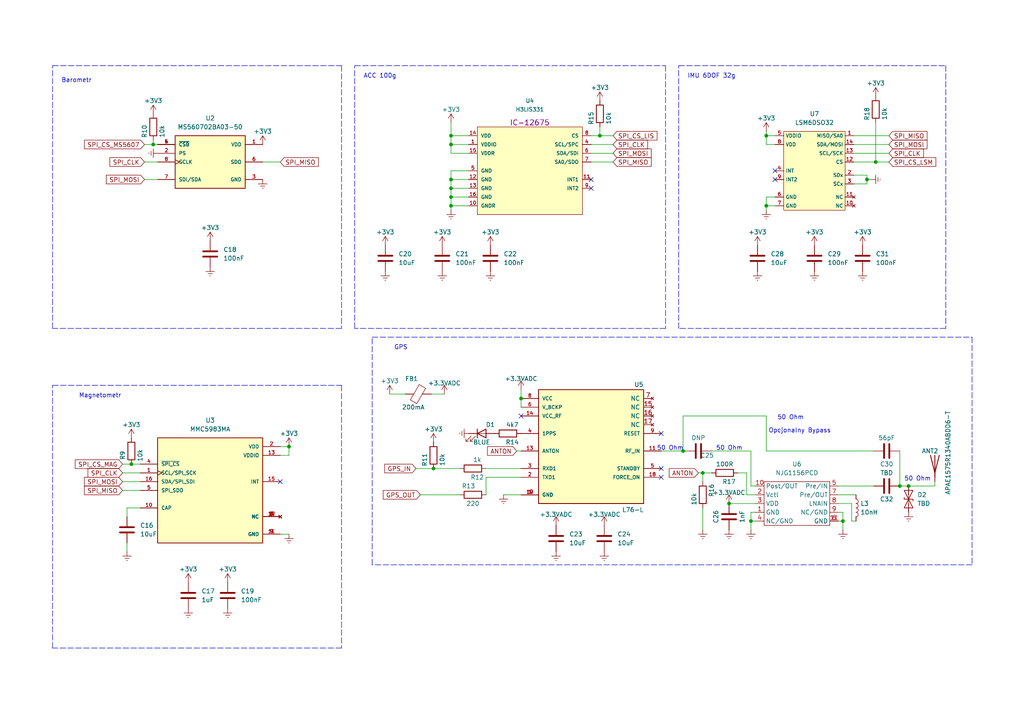
<source format=kicad_sch>
(kicad_sch (version 20211123) (generator eeschema)
  (paper "A4")
  (lib_symbols
    (symbol "Device:Antenna" (pin_numbers hide) (pin_names (offset 1.016) hide)
      (property "Reference" "AE" (at -1.905 1.905 0))
      (property "Value" "Antenna" (at -1.905 0 0))
      (symbol "Antenna_0_1"
        (polyline (pts (xy 0 2.54) (xy 0 -3.81)) (stroke (width 0.254)))
        (polyline (pts (xy 1.27 2.54) (xy 0 -2.54) (xy -1.27 2.54)) (stroke (width 0.254)))
      )
      (symbol "Antenna_1_1"
        (pin input line (at 0 -5.08 90) (length 2.54) (name "A") (number "1"))
      )
    )
    (symbol "Device:C" (pin_numbers hide) (pin_names (offset 0.254))
      (property "Reference" "C" (at 0.635 2.54 0))
      (property "Value" "C" (at 0.635 -2.54 0))
      (symbol "C_0_1"
        (polyline (pts (xy -2.032 -0.762) (xy 2.032 -0.762)) (stroke (width 0.508)))
        (polyline (pts (xy -2.032 0.762) (xy 2.032 0.762)) (stroke (width 0.508)))
      )
      (symbol "C_1_1"
        (pin passive line (at 0 3.81 270) (length 2.794) (name "~") (number "1"))
        (pin passive line (at 0 -3.81 90) (length 2.794) (name "~") (number "2"))
      )
    )
    (symbol "Device:FerriteBead" (pin_numbers hide) (pin_names (offset 0))
      (property "Reference" "FB" (at -3.81 0.635 90))
      (property "Value" "FerriteBead" (at 3.81 0 90))
      (symbol "FerriteBead_0_1"
        (polyline (pts (xy 0 -1.27) (xy 0 -1.2192)))
        (polyline (pts (xy 0 1.27) (xy 0 1.2954)))
        (polyline (pts (xy -2.7686 0.4064) (xy -1.7018 2.2606) (xy 2.7686 -0.3048) (xy 1.6764 -2.159) (xy -2.7686 0.4064)))
      )
      (symbol "FerriteBead_1_1"
        (pin passive line (at 0 3.81 270) (length 2.54) (name "~") (number "1"))
        (pin passive line (at 0 -3.81 90) (length 2.54) (name "~") (number "2"))
      )
    )
    (symbol "Device:L" (pin_numbers hide) (pin_names (offset 1.016) hide)
      (property "Reference" "L" (at -1.27 0 90))
      (property "Value" "L" (at 1.905 0 90))
      (symbol "L_0_1"
        (arc (start 0 -2.54) (mid 0.635 -1.905) (end 0 -1.27))
        (arc (start 0 -1.27) (mid 0.635 -0.635) (end 0 0))
        (arc (start 0 0) (mid 0.635 0.635) (end 0 1.27))
        (arc (start 0 1.27) (mid 0.635 1.905) (end 0 2.54))
      )
      (symbol "L_1_1"
        (pin passive line (at 0 3.81 270) (length 1.27) (name "1") (number "1"))
        (pin passive line (at 0 -3.81 90) (length 1.27) (name "2") (number "2"))
      )
    )
    (symbol "Device:LED" (pin_numbers hide) (pin_names (offset 1.016) hide)
      (property "Reference" "D" (at 0 2.54 0))
      (property "Value" "LED" (at 0 -2.54 0))
      (symbol "LED_0_1"
        (polyline (pts (xy -1.27 -1.27) (xy -1.27 1.27)) (stroke (width 0.254)))
        (polyline (pts (xy -1.27 0) (xy 1.27 0)))
        (polyline (pts (xy 1.27 -1.27) (xy 1.27 1.27) (xy -1.27 0) (xy 1.27 -1.27)) (stroke (width 0.254)))
        (polyline (pts (xy -3.048 -0.762) (xy -4.572 -2.286) (xy -3.81 -2.286) (xy -4.572 -2.286) (xy -4.572 -1.524)))
        (polyline (pts (xy -1.778 -0.762) (xy -3.302 -2.286) (xy -2.54 -2.286) (xy -3.302 -2.286) (xy -3.302 -1.524)))
      )
      (symbol "LED_1_1"
        (pin passive line (at -3.81 0 0) (length 2.54) (name "K") (number "1"))
        (pin passive line (at 3.81 0 180) (length 2.54) (name "A") (number "2"))
      )
    )
    (symbol "Device:R" (pin_numbers hide) (pin_names (offset 0))
      (property "Reference" "R" (at 2.032 0 90))
      (property "Value" "R" (at 0 0 90))
      (symbol "R_0_1"
        (rectangle (start -1.016 -2.54) (end 1.016 2.54) (stroke (width 0.254)))
      )
      (symbol "R_1_1"
        (pin passive line (at 0 3.81 270) (length 1.27) (name "~") (number "1"))
        (pin passive line (at 0 -3.81 90) (length 1.27) (name "~") (number "2"))
      )
    )
    (symbol "Diode:ESD9B3.3ST5G" (pin_numbers hide) (pin_names (offset 1.016) hide)
      (property "Reference" "D" (at 0 2.54 0))
      (property "Value" "ESD9B3.3ST5G" (at 0 -2.54 0))
      (symbol "ESD9B3.3ST5G_0_1"
        (polyline (pts (xy 1.27 0) (xy -1.27 0)))
        (polyline (pts (xy -2.54 -1.27) (xy 0 0) (xy -2.54 1.27) (xy -2.54 -1.27)) (stroke (width 0.2032)))
        (polyline (pts (xy 0.508 1.27) (xy 0 1.27) (xy 0 -1.27) (xy -0.508 -1.27)) (stroke (width 0.2032)))
        (polyline (pts (xy 2.54 1.27) (xy 2.54 -1.27) (xy 0 0) (xy 2.54 1.27)) (stroke (width 0.2032)))
      )
      (symbol "ESD9B3.3ST5G_1_1"
        (pin passive line (at -3.81 0 0) (length 2.54) (name "A1") (number "1"))
        (pin passive line (at 3.81 0 180) (length 2.54) (name "A2") (number "2"))
      )
    )
    (symbol "KP-PTR_lib:L76-L" (pin_names (offset 1.016))
      (property "Reference" "U" (at -15.24 18.542 0))
      (property "Value" "L76-L" (at -15.24 -17.78 0))
      (symbol "L76-L_0_0"
        (rectangle (start -15.24 -15.24) (end 15.24 17.78) (stroke (width 0.254)) (fill (type background)))
        (pin power_in line (at 20.32 -12.7 180) (length 5.08) (name "GND") (number "1"))
        (pin power_in line (at 20.32 -12.7 180) (length 5.08) (name "GND") (number "10"))
        (pin input line (at -20.32 0 0) (length 5.08) (name "RF_IN") (number "11"))
        (pin power_in line (at 20.32 -12.7 180) (length 5.08) (name "GND") (number "12"))
        (pin output line (at 20.32 0 180) (length 5.08) (name "ANTON") (number "13"))
        (pin power_in line (at 20.32 10.16 180) (length 5.08) (name "VCC_RF") (number "14"))
        (pin no_connect line (at -17.78 12.7 0) (length 2.54) (name "NC") (number "15"))
        (pin no_connect line (at -17.78 10.16 0) (length 2.54) (name "NC") (number "16"))
        (pin no_connect line (at -17.78 7.62 0) (length 2.54) (name "NC") (number "17"))
        (pin input line (at -20.32 -7.62 0) (length 5.08) (name "FORCE_ON") (number "18"))
        (pin output line (at 20.32 -7.62 180) (length 5.08) (name "TXD1") (number "2"))
        (pin input line (at 20.32 -5.08 180) (length 5.08) (name "RXD1") (number "3"))
        (pin output line (at 20.32 5.08 180) (length 5.08) (name "1PPS") (number "4"))
        (pin input line (at -20.32 -5.08 0) (length 5.08) (name "STANDBY") (number "5"))
        (pin power_in line (at 20.32 12.7 180) (length 5.08) (name "V_BCKP") (number "6"))
        (pin no_connect line (at -17.78 15.24 0) (length 2.54) (name "NC") (number "7"))
        (pin power_in line (at 20.32 15.24 180) (length 5.08) (name "VCC") (number "8"))
        (pin input line (at -20.32 5.08 0) (length 5.08) (name "RESET") (number "9"))
      )
    )
    (symbol "KP-PTR_lib:LIS331" (pin_names (offset 1.016))
      (property "Reference" "U" (at -15.24 13.97 0))
      (property "Value" "LIS331" (at -15.24 -15.24 0))
      (property "Field4" "IC-12675" (at 0 16.51 0))
      (symbol "LIS331_1_1"
        (polyline (pts (xy -15.24 -12.7) (xy -15.24 12.7) (xy 15.24 12.7) (xy 15.24 -12.7) (xy -15.24 -12.7)) (fill (type background)))
        (pin bidirectional line (at -17.78 7.62 0) (length 2.54) (name "VDDIO") (number "1"))
        (pin bidirectional line (at -17.78 -10.16 0) (length 2.54) (name "GNDR") (number "10"))
        (pin bidirectional line (at 17.78 -2.54 180) (length 2.54) (name "INT1") (number "11"))
        (pin bidirectional line (at -17.78 -2.54 0) (length 2.54) (name "GND") (number "12"))
        (pin bidirectional line (at -17.78 -5.08 0) (length 2.54) (name "GND") (number "13"))
        (pin bidirectional line (at -17.78 10.16 0) (length 2.54) (name "VDD") (number "14"))
        (pin bidirectional line (at -17.78 5.08 0) (length 2.54) (name "VDDR") (number "15"))
        (pin bidirectional line (at -17.78 -7.62 0) (length 2.54) (name "GND") (number "16"))
        (pin bidirectional line (at 17.78 7.62 180) (length 2.54) (name "SCL/SPC") (number "4"))
        (pin bidirectional line (at -17.78 0 0) (length 2.54) (name "GND") (number "5"))
        (pin bidirectional line (at 17.78 5.08 180) (length 2.54) (name "SDA/SDI") (number "6"))
        (pin bidirectional line (at 17.78 2.54 180) (length 2.54) (name "SA0/SDO") (number "7"))
        (pin bidirectional line (at 17.78 10.16 180) (length 2.54) (name "CS") (number "8"))
        (pin bidirectional line (at 17.78 -5.08 180) (length 2.54) (name "INT2") (number "9"))
      )
    )
    (symbol "KP-PTR_lib:LSM6DSO32"
      (property "Reference" "U" (at -7.62 13.97 0))
      (property "Value" "LSM6DSO32" (at -3.81 -11.43 0))
      (symbol "LSM6DSO32_1_1"
        (polyline (pts (xy -8.89 -10.16) (xy -8.89 12.7) (xy 8.89 12.7) (xy 8.89 -10.16) (xy -8.89 -10.16)) (fill (type background)))
        (pin bidirectional line (at 11.43 11.43 180) (length 2.54) (name "MISO/SA0") (number "1"))
        (pin no_connect line (at 11.43 -8.89 180) (length 2.54) (name "NC") (number "10"))
        (pin no_connect line (at 11.43 -6.35 180) (length 2.54) (name "NC") (number "11"))
        (pin input line (at 11.43 3.81 180) (length 2.54) (name "CS") (number "12"))
        (pin input line (at 11.43 6.35 180) (length 2.54) (name "SCL/SCK") (number "13"))
        (pin bidirectional line (at 11.43 8.89 180) (length 2.54) (name "SDA/MOSI") (number "14"))
        (pin bidirectional line (at 11.43 0 180) (length 2.54) (name "SDx") (number "2"))
        (pin bidirectional line (at 11.43 -2.54 180) (length 2.54) (name "SCx") (number "3"))
        (pin output line (at -11.43 1.27 0) (length 2.54) (name "INT") (number "4"))
        (pin power_in line (at -11.43 11.43 0) (length 2.54) (name "VDDIO") (number "5"))
        (pin power_in line (at -11.43 -6.35 0) (length 2.54) (name "GND") (number "6"))
        (pin power_in line (at -11.43 -8.89 0) (length 2.54) (name "GND") (number "7"))
        (pin power_in line (at -11.43 8.89 0) (length 2.54) (name "VDD") (number "8"))
        (pin output line (at -11.43 -1.27 0) (length 2.54) (name "INT2") (number "9"))
      )
    )
    (symbol "KP-PTR_lib:MMC5983MA" (pin_names (offset 1.016))
      (property "Reference" "U" (at -15.24 15.24 0))
      (property "Value" "MMC5983MA" (at -15.24 -17.78 0))
      (symbol "MMC5983MA_0_0"
        (rectangle (start -15.24 -15.24) (end 15.24 15.24) (stroke (width 0.254)) (fill (type background)))
        (pin input clock (at -20.32 5.08 0) (length 5.08) (name "SCL/SPI_SCK") (number "1"))
        (pin passive line (at -20.32 -5.08 0) (length 5.08) (name "CAP") (number "10"))
        (pin power_in line (at 20.32 -12.7 180) (length 5.08) (name "GND") (number "11"))
        (pin no_connect line (at 20.32 -7.62 180) (length 5.08) (name "NC") (number "12"))
        (pin power_in line (at 20.32 10.16 180) (length 5.08) (name "VDDIO") (number "13"))
        (pin no_connect line (at 20.32 -7.62 180) (length 5.08) (name "NC") (number "14"))
        (pin output line (at 20.32 2.54 180) (length 5.08) (name "INT") (number "15"))
        (pin bidirectional line (at -20.32 2.54 0) (length 5.08) (name "SDA/SPI_SDI") (number "16"))
        (pin power_in line (at 20.32 12.7 180) (length 5.08) (name "VDD") (number "2"))
        (pin no_connect line (at 20.32 -7.62 180) (length 5.08) (name "NC") (number "3"))
        (pin input line (at -20.32 7.62 0) (length 5.08) (name "~{SPI_CS}") (number "4"))
        (pin output line (at -20.32 0 0) (length 5.08) (name "SPI_SDO") (number "5"))
        (pin no_connect line (at 20.32 -7.62 180) (length 5.08) (name "NC") (number "6"))
        (pin no_connect line (at 20.32 -7.62 180) (length 5.08) (name "NC") (number "7"))
        (pin no_connect line (at 20.32 -7.62 180) (length 5.08) (name "NC") (number "8"))
        (pin power_in line (at 20.32 -12.7 180) (length 5.08) (name "GND") (number "9"))
      )
    )
    (symbol "KP-PTR_lib:MS560702BA03-50" (pin_names (offset 1.016))
      (property "Reference" "U" (at -10.16 8.382 0))
      (property "Value" "MS560702BA03-50" (at -10.16 -10.16 0))
      (symbol "MS560702BA03-50_0_0"
        (rectangle (start -10.16 -7.62) (end 10.16 7.62) (stroke (width 0.254)) (fill (type background)))
        (pin power_in line (at 15.24 5.08 180) (length 5.08) (name "VDD") (number "1"))
        (pin input line (at -15.24 2.54 0) (length 5.08) (name "PS") (number "2"))
        (pin power_in line (at 15.24 -5.08 180) (length 5.08) (name "GND") (number "3"))
        (pin input line (at -15.24 5.08 0) (length 5.08) (name "~{CSB}") (number "4"))
        (pin input line (at -15.24 5.08 0) (length 5.08) (name "~{CSB}") (number "5"))
        (pin output line (at 15.24 0 180) (length 5.08) (name "SDO") (number "6"))
        (pin bidirectional line (at -15.24 -5.08 0) (length 5.08) (name "SDI/SDA") (number "7"))
        (pin input clock (at -15.24 0 0) (length 5.08) (name "SCLK") (number "8"))
      )
    )
    (symbol "KP-PTR_lib:NJG1156PCD" (on_board no)
      (property "Reference" "U9" (at -0.635 3.81 0))
      (property "Value" "NJG1156PCD" (at -0.635 1.27 0))
      (symbol "NJG1156PCD_0_0"
        (pin power_out line (at 11.43 -12.7 180) (length 2.54) (name "GND") (number "6"))
      )
      (symbol "NJG1156PCD_0_1"
        (rectangle (start -10.16 -1.27) (end 8.89 -13.97))
      )
      (symbol "NJG1156PCD_1_1"
        (pin power_in line (at -12.7 -10.16 0) (length 2.54) (name "GND") (number "1"))
        (pin output line (at -12.7 -2.54 0) (length 2.54) (name "Post/OUT") (number "10"))
        (pin power_in line (at 11.43 -12.7 180) (length 2.54) (name "GND") (number "11"))
        (pin power_in line (at -12.7 -5.08 0) (length 2.54) (name "Vctl") (number "2"))
        (pin power_in line (at -12.7 -7.62 0) (length 2.54) (name "VDD") (number "3"))
        (pin power_in line (at -12.7 -12.7 0) (length 2.54) (name "NC/GND") (number "4"))
        (pin input line (at 11.43 -2.54 180) (length 2.54) (name "Pre/IN") (number "5"))
        (pin output line (at 11.43 -5.08 180) (length 2.54) (name "Pre/OUT") (number "7"))
        (pin input line (at 11.43 -7.62 180) (length 2.54) (name "LNAIN") (number "8"))
        (pin power_in line (at 11.43 -10.16 180) (length 2.54) (name "NC/GND") (number "9"))
      )
    )
    (symbol "power:+3.3V" (power) (pin_names (offset 0))
      (property "Value" "+3.3V" (at 0 3.556 0))
      (symbol "+3.3V_0_1"
        (polyline (pts (xy -0.762 1.27) (xy 0 2.54)))
        (polyline (pts (xy 0 0) (xy 0 2.54)))
        (polyline (pts (xy 0 2.54) (xy 0.762 1.27)))
      )
      (symbol "+3.3V_1_1"
        (pin power_in line (at 0 0 90) (length 0) hide (name "+3V3") (number "1"))
      )
    )
    (symbol "power:+3.3VADC" (power) (pin_names (offset 0))
      (property "Value" "+3.3VADC" (at 0 2.54 0))
      (symbol "+3.3VADC_0_0"
        (pin power_in line (at 0 0 90) (length 0) hide (name "+3.3VADC") (number "1"))
      )
      (symbol "+3.3VADC_0_1"
        (polyline (pts (xy -0.762 1.27) (xy 0 2.54)))
        (polyline (pts (xy 0 0) (xy 0 2.54)))
        (polyline (pts (xy 0 2.54) (xy 0.762 1.27)))
      )
    )
    (symbol "power:Earth" (power) (pin_names (offset 0))
      (symbol "Earth_0_1"
        (polyline (pts (xy -0.635 -1.905) (xy 0.635 -1.905)))
        (polyline (pts (xy -0.127 -2.54) (xy 0.127 -2.54)))
        (polyline (pts (xy 0 -1.27) (xy 0 0)))
        (polyline (pts (xy 1.27 -1.27) (xy -1.27 -1.27)))
      )
      (symbol "Earth_1_1"
        (pin power_in line (at 0 0 270) (length 0) hide (name "Earth") (number "1"))
      )
    )
  )
  (junction (at 38.1 134.62))
  (junction (at 198.12 130.81))
  (junction (at 130.81 59.69))
  (junction (at 203.835 137.16))
  (junction (at 130.81 52.07))
  (junction (at 125.73 135.89))
  (junction (at 130.81 57.15))
  (junction (at 260.985 140.97))
  (junction (at 130.81 39.37))
  (junction (at 83.82 129.54))
  (junction (at 254 46.99))
  (junction (at 222.25 39.37))
  (junction (at 173.99 39.37))
  (junction (at 217.805 151.13))
  (junction (at 151.13 115.57))
  (junction (at 211.455 146.05))
  (junction (at 244.475 151.13))
  (junction (at 251.46 52.07))
  (junction (at 44.45 41.91))
  (junction (at 130.81 41.91))
  (junction (at 130.81 54.61))
  (junction (at 222.25 59.69))
  (junction (at 263.525 140.97))
  (no_connect (at 191.77 125.73))
  (no_connect (at 191.77 135.89))
  (no_connect (at 191.77 138.43))
  (no_connect (at 171.45 52.07))
  (no_connect (at 171.45 54.61))
  (no_connect (at 224.79 49.53))
  (no_connect (at 224.79 52.07))
  (no_connect (at 81.28 139.7))
  (no_connect (at 151.13 120.65))
  (polyline (pts (xy 107.95 97.79) (xy 281.94 97.79)))
  (wire (pts (xy 247.65 50.8) (xy 251.46 50.8)))
  (wire (pts (xy 130.81 54.61) (xy 135.89 54.61)))
  (wire (pts (xy 202.565 137.16) (xy 203.835 137.16)))
  (polyline (pts (xy 99.06 95.25) (xy 15.24 95.25)))
  (wire (pts (xy 83.82 132.08) (xy 83.82 129.54)))
  (polyline (pts (xy 15.24 187.96) (xy 15.24 111.76)))
  (wire (pts (xy 222.25 39.37) (xy 224.79 39.37)))
  (wire (pts (xy 130.81 49.53) (xy 130.81 52.07)))
  (wire (pts (xy 130.81 41.91) (xy 130.81 44.45)))
  (wire (pts (xy 247.015 146.05) (xy 247.015 151.13)))
  (wire (pts (xy 177.8 39.37) (xy 173.99 39.37)))
  (polyline (pts (xy 281.94 163.83) (xy 107.95 163.83)))
  (wire (pts (xy 44.45 40.64) (xy 44.45 41.91)))
  (polyline (pts (xy 102.87 19.05) (xy 193.04 19.05)))
  (wire (pts (xy 216.535 137.16) (xy 216.535 143.51)))
  (wire (pts (xy 130.81 39.37) (xy 130.81 41.91)))
  (wire (pts (xy 173.99 39.37) (xy 171.45 39.37)))
  (wire (pts (xy 203.835 137.16) (xy 203.835 139.7)))
  (wire (pts (xy 244.475 148.59) (xy 244.475 151.13)))
  (wire (pts (xy 177.8 46.99) (xy 171.45 46.99)))
  (polyline (pts (xy 99.06 111.76) (xy 99.06 187.96)))
  (wire (pts (xy 253.365 130.81) (xy 222.25 130.81)))
  (wire (pts (xy 36.83 147.32) (xy 36.83 149.86)))
  (wire (pts (xy 271.145 140.97) (xy 271.145 139.7)))
  (wire (pts (xy 219.075 148.59) (xy 217.805 148.59)))
  (wire (pts (xy 260.985 130.81) (xy 260.985 140.97)))
  (wire (pts (xy 130.81 44.45) (xy 135.89 44.45)))
  (polyline (pts (xy 196.85 19.05) (xy 274.32 19.05)))
  (wire (pts (xy 216.535 143.51) (xy 219.075 143.51)))
  (wire (pts (xy 206.375 130.81) (xy 217.805 130.81)))
  (wire (pts (xy 41.91 46.99) (xy 45.72 46.99)))
  (wire (pts (xy 213.995 137.16) (xy 216.535 137.16)))
  (wire (pts (xy 254 35.56) (xy 254 46.99)))
  (wire (pts (xy 251.46 50.8) (xy 251.46 52.07)))
  (wire (pts (xy 222.25 59.69) (xy 224.79 59.69)))
  (polyline (pts (xy 107.95 163.83) (xy 107.95 97.79)))
  (wire (pts (xy 41.91 52.07) (xy 45.72 52.07)))
  (wire (pts (xy 36.83 157.48) (xy 36.83 160.02)))
  (wire (pts (xy 198.12 120.65) (xy 198.12 130.81)))
  (wire (pts (xy 254 46.99) (xy 257.81 46.99)))
  (wire (pts (xy 244.475 151.13) (xy 243.205 151.13)))
  (wire (pts (xy 130.81 57.15) (xy 130.81 59.69)))
  (wire (pts (xy 130.81 41.91) (xy 135.89 41.91)))
  (wire (pts (xy 140.97 138.43) (xy 151.13 138.43)))
  (wire (pts (xy 247.65 39.37) (xy 257.81 39.37)))
  (wire (pts (xy 151.13 115.57) (xy 151.13 118.11)))
  (wire (pts (xy 40.64 147.32) (xy 36.83 147.32)))
  (wire (pts (xy 224.79 57.15) (xy 222.25 57.15)))
  (wire (pts (xy 243.205 143.51) (xy 248.285 143.51)))
  (polyline (pts (xy 102.87 95.25) (xy 102.87 19.05)))
  (wire (pts (xy 243.205 140.97) (xy 253.365 140.97)))
  (wire (pts (xy 251.46 53.34) (xy 247.65 53.34)))
  (polyline (pts (xy 274.32 19.05) (xy 274.32 95.25)))
  (wire (pts (xy 113.03 114.3) (xy 117.475 114.3)))
  (wire (pts (xy 135.89 49.53) (xy 130.81 49.53)))
  (polyline (pts (xy 193.04 95.25) (xy 102.87 95.25)))
  (wire (pts (xy 217.805 140.97) (xy 219.075 140.97)))
  (polyline (pts (xy 15.24 111.76) (xy 99.06 111.76)))
  (wire (pts (xy 177.8 44.45) (xy 171.45 44.45)))
  (wire (pts (xy 83.82 129.54) (xy 81.28 129.54)))
  (wire (pts (xy 41.91 41.91) (xy 44.45 41.91)))
  (wire (pts (xy 211.455 146.05) (xy 219.075 146.05)))
  (wire (pts (xy 140.97 143.51) (xy 140.97 138.43)))
  (polyline (pts (xy 196.85 95.25) (xy 196.85 19.05)))
  (wire (pts (xy 222.25 39.37) (xy 222.25 38.1)))
  (wire (pts (xy 243.205 148.59) (xy 244.475 148.59)))
  (wire (pts (xy 203.835 147.32) (xy 203.835 153.67)))
  (wire (pts (xy 224.79 41.91) (xy 222.25 41.91)))
  (wire (pts (xy 35.56 142.24) (xy 40.64 142.24)))
  (wire (pts (xy 247.015 151.13) (xy 248.285 151.13)))
  (wire (pts (xy 81.28 132.08) (xy 83.82 132.08)))
  (wire (pts (xy 247.65 44.45) (xy 257.81 44.45)))
  (wire (pts (xy 217.805 130.81) (xy 217.805 140.97)))
  (wire (pts (xy 222.25 59.69) (xy 222.25 60.96)))
  (wire (pts (xy 44.45 41.91) (xy 45.72 41.91)))
  (wire (pts (xy 130.81 54.61) (xy 130.81 57.15)))
  (wire (pts (xy 120.65 135.89) (xy 125.73 135.89)))
  (wire (pts (xy 133.35 135.89) (xy 125.73 135.89)))
  (wire (pts (xy 203.835 137.16) (xy 206.375 137.16)))
  (wire (pts (xy 38.1 134.62) (xy 40.64 134.62)))
  (wire (pts (xy 35.56 137.16) (xy 40.64 137.16)))
  (polyline (pts (xy 193.04 19.05) (xy 193.04 95.25)))
  (wire (pts (xy 173.99 36.83) (xy 173.99 39.37)))
  (wire (pts (xy 130.81 35.56) (xy 130.81 39.37)))
  (wire (pts (xy 198.12 130.81) (xy 198.755 130.81)))
  (wire (pts (xy 251.46 52.07) (xy 252.73 52.07)))
  (wire (pts (xy 151.13 113.03) (xy 151.13 115.57)))
  (wire (pts (xy 130.81 39.37) (xy 135.89 39.37)))
  (wire (pts (xy 263.525 140.97) (xy 271.145 140.97)))
  (polyline (pts (xy 15.24 95.25) (xy 15.24 19.05)))
  (wire (pts (xy 130.81 52.07) (xy 135.89 52.07)))
  (polyline (pts (xy 15.24 19.05) (xy 99.06 19.05)))
  (wire (pts (xy 217.805 151.13) (xy 217.805 153.67)))
  (wire (pts (xy 222.25 57.15) (xy 222.25 59.69)))
  (wire (pts (xy 130.81 59.69) (xy 130.81 60.96)))
  (wire (pts (xy 83.82 154.94) (xy 81.28 154.94)))
  (wire (pts (xy 198.12 120.65) (xy 222.25 120.65)))
  (wire (pts (xy 222.25 41.91) (xy 222.25 39.37)))
  (wire (pts (xy 247.65 41.91) (xy 257.81 41.91)))
  (wire (pts (xy 177.8 41.91) (xy 171.45 41.91)))
  (wire (pts (xy 125.095 114.3) (xy 128.905 114.3)))
  (wire (pts (xy 149.86 130.81) (xy 151.13 130.81)))
  (wire (pts (xy 217.805 148.59) (xy 217.805 151.13)))
  (polyline (pts (xy 99.06 19.05) (xy 99.06 95.25)))
  (wire (pts (xy 191.77 130.81) (xy 198.12 130.81)))
  (wire (pts (xy 130.81 52.07) (xy 130.81 54.61)))
  (wire (pts (xy 251.46 52.07) (xy 251.46 53.34)))
  (wire (pts (xy 140.97 135.89) (xy 151.13 135.89)))
  (wire (pts (xy 217.805 151.13) (xy 219.075 151.13)))
  (wire (pts (xy 260.985 140.97) (xy 263.525 140.97)))
  (wire (pts (xy 135.89 57.15) (xy 130.81 57.15)))
  (wire (pts (xy 247.65 46.99) (xy 254 46.99)))
  (wire (pts (xy 244.475 151.13) (xy 244.475 153.67)))
  (wire (pts (xy 35.56 134.62) (xy 38.1 134.62)))
  (wire (pts (xy 35.56 139.7) (xy 40.64 139.7)))
  (wire (pts (xy 146.05 143.51) (xy 151.13 143.51)))
  (wire (pts (xy 222.25 130.81) (xy 222.25 120.65)))
  (wire (pts (xy 76.2 46.99) (xy 81.28 46.99)))
  (wire (pts (xy 121.92 143.51) (xy 133.35 143.51)))
  (polyline (pts (xy 281.94 97.79) (xy 281.94 163.83)))
  (wire (pts (xy 243.205 146.05) (xy 247.015 146.05)))
  (polyline (pts (xy 274.32 95.25) (xy 196.85 95.25)))
  (wire (pts (xy 130.81 59.69) (xy 135.89 59.69)))
  (polyline (pts (xy 99.06 187.96) (xy 15.24 187.96)))
  (text "Barometr" (at 17.78 24.13 0) (effects (font (size 1.27 1.27)) (justify left bottom)))
  (text "50 Ohm" (at 190.5 130.81 0) (effects (font (size 1.27 1.27)) (justify left bottom)))
  (text "Magnetometr" (at 22.86 115.57 0) (effects (font (size 1.27 1.27)) (justify left bottom)))
  (text "IMU 6DOF 32g" (at 199.39 22.86 0) (effects (font (size 1.27 1.27)) (justify left bottom)))
  (text "Opcjonalny Bypass" (at 222.885 125.73 0) (effects (font (size 1.27 1.27)) (justify left bottom)))
  (text "50 Ohm" (at 262.255 139.7 0) (effects (font (size 1.27 1.27)) (justify left bottom)))
  (text "GPS" (at 114.3 101.6 0) (effects (font (size 1.27 1.27)) (justify left bottom)))
  (text "50 Ohm" (at 207.645 130.81 0) (effects (font (size 1.27 1.27)) (justify left bottom)))
  (text "50 Ohm" (at 225.425 121.92 0) (effects (font (size 1.27 1.27)) (justify left bottom)))
  (text "ACC 100g" (at 105.41 22.86 0) (effects (font (size 1.27 1.27)) (justify left bottom)))
  (global_label "ANTON" (shape input) (at 202.565 137.16 180) (property "Intersheet References" "${INTERSHEET_REFS}" (effects hide)))
  (global_label "SPI_MISO" (shape input) (at 177.8 46.99 0) (property "Intersheet References" "${INTERSHEET_REFS}" (effects hide)))
  (global_label "SPI_CS_MAG" (shape input) (at 35.56 134.62 180) (property "Intersheet References" "${INTERSHEET_REFS}" (effects hide)))
  (global_label "SPI_CLK" (shape input) (at 35.56 137.16 180) (property "Intersheet References" "${INTERSHEET_REFS}" (effects hide)))
  (global_label "SPI_MOSI" (shape input) (at 41.91 52.07 180) (property "Intersheet References" "${INTERSHEET_REFS}" (effects hide)))
  (global_label "GPS_IN" (shape input) (at 120.65 135.89 180) (property "Intersheet References" "${INTERSHEET_REFS}" (effects hide)))
  (global_label "SPI_MISO" (shape input) (at 35.56 142.24 180) (property "Intersheet References" "${INTERSHEET_REFS}" (effects hide)))
  (global_label "GPS_OUT" (shape input) (at 121.92 143.51 180) (property "Intersheet References" "${INTERSHEET_REFS}" (effects hide)))
  (global_label "SPI_CS_LIS" (shape input) (at 177.8 39.37 0) (property "Intersheet References" "${INTERSHEET_REFS}" (effects hide)))
  (global_label "SPI_CLK" (shape input) (at 41.91 46.99 180) (property "Intersheet References" "${INTERSHEET_REFS}" (effects hide)))
  (global_label "ANTON" (shape input) (at 149.86 130.81 180) (property "Intersheet References" "${INTERSHEET_REFS}" (effects hide)))
  (global_label "SPI_MOSI" (shape input) (at 35.56 139.7 180) (property "Intersheet References" "${INTERSHEET_REFS}" (effects hide)))
  (global_label "SPI_MISO" (shape input) (at 81.28 46.99 0) (property "Intersheet References" "${INTERSHEET_REFS}" (effects hide)))
  (global_label "SPI_MOSI" (shape input) (at 257.81 41.91 0) (property "Intersheet References" "${INTERSHEET_REFS}" (effects hide)))
  (global_label "SPI_CLK" (shape input) (at 177.8 41.91 0) (property "Intersheet References" "${INTERSHEET_REFS}" (effects hide)))
  (global_label "SPI_CS_MS5607" (shape input) (at 41.91 41.91 180) (property "Intersheet References" "${INTERSHEET_REFS}" (effects hide)))
  (global_label "SPI_MOSI" (shape input) (at 177.8 44.45 0) (property "Intersheet References" "${INTERSHEET_REFS}" (effects hide)))
  (global_label "SPI_CS_LSM" (shape input) (at 257.81 46.99 0) (property "Intersheet References" "${INTERSHEET_REFS}" (effects hide)))
  (global_label "SPI_MISO" (shape input) (at 257.81 39.37 0) (property "Intersheet References" "${INTERSHEET_REFS}" (effects hide)))
  (global_label "SPI_CLK" (shape input) (at 257.81 44.45 0) (property "Intersheet References" "${INTERSHEET_REFS}" (effects hide)))
  (symbol (lib_id "power:+3.3V") (at 76.2 41.91 0) (unit 1)
    (property "Reference" "#PWR038" (effects hide))
    (property "Value" "+3.3V" (at 76.2 38.1 0))
  )
  (symbol (lib_id "power:+3.3V") (at 113.03 114.3 0) (mirror y) (unit 1)
    (property "Reference" "#PWR044" (effects hide))
    (property "Value" "+3.3V" (at 113.03 110.49 0))
  )
  (symbol (lib_id "Device:R") (at 210.185 137.16 90) (unit 1)
    (property "Reference" "R17" (at 211.455 139.7 90))
    (property "Value" "100R" (at 210.185 134.62 90))
    (property "Footprint" "Resistor_SMD:R_0402_1005Metric" (effects hide))
  )
  (symbol (lib_id "power:Earth") (at 252.73 52.07 90) (unit 1)
    (property "Reference" "#PWR074" (effects hide))
    (property "Value" "Earth" (effects hide))
  )
  (symbol (lib_id "power:+3.3VADC") (at 128.905 114.3 0) (unit 1)
    (property "Reference" "#PWR048" (effects hide))
    (property "Value" "+3.3VADC" (at 128.905 111.125 0))
  )
  (symbol (lib_id "power:Earth") (at 250.19 78.74 0) (unit 1)
    (property "Reference" "#PWR073" (effects hide))
    (property "Value" "Earth" (effects hide))
  )
  (symbol (lib_id "power:+3.3V") (at 54.61 168.91 0) (unit 1)
    (property "Reference" "#PWR032" (effects hide))
    (property "Value" "+3.3V" (at 54.61 165.1 0))
  )
  (symbol (lib_id "power:Earth") (at 60.96 77.47 0) (unit 1)
    (property "Reference" "#PWR035" (effects hide))
    (property "Value" "Earth" (effects hide))
  )
  (symbol (lib_id "Device:C") (at 111.76 74.93 0) (unit 1)
    (property "Reference" "C20" (at 115.57 73.6599 0) (effects (justify left)))
    (property "Value" "10uF" (at 115.57 76.1999 0) (effects (justify left)))
    (property "Footprint" "Capacitor_SMD:C_0603_1608Metric" (effects hide))
  )
  (symbol (lib_id "power:+3.3V") (at 142.24 71.12 0) (unit 1)
    (property "Reference" "#PWR052" (effects hide))
    (property "Value" "+3.3V" (at 142.24 67.31 0))
  )
  (symbol (lib_id "power:Earth") (at 76.2 52.07 0) (unit 1)
    (property "Reference" "#PWR039" (effects hide))
    (property "Value" "Earth" (effects hide))
  )
  (symbol (lib_id "Device:R") (at 137.16 143.51 270) (unit 1)
    (property "Reference" "R13" (at 135.89 140.97 90))
    (property "Value" "220" (at 137.16 146.05 90))
    (property "Footprint" "Resistor_SMD:R_0402_1005Metric" (effects hide))
  )
  (symbol (lib_id "power:+3.3V") (at 254 27.94 0) (unit 1)
    (property "Reference" "#PWR075" (effects hide))
    (property "Value" "+3.3V" (at 254 24.13 0))
  )
  (symbol (lib_id "power:Earth") (at 36.83 160.02 0) (unit 1)
    (property "Reference" "#PWR028" (effects hide))
    (property "Value" "Earth" (effects hide))
  )
  (symbol (lib_id "Device:C") (at 257.175 140.97 270) (unit 1)
    (property "Reference" "C32" (at 257.175 144.78 90))
    (property "Value" "TBD" (at 257.175 137.16 90))
    (property "Footprint" "Capacitor_SMD:C_0402_1005Metric" (effects hide))
  )
  (symbol (lib_id "power:Earth") (at 236.22 78.74 0) (unit 1)
    (property "Reference" "#PWR070" (effects hide))
    (property "Value" "Earth" (effects hide))
  )
  (symbol (lib_id "Device:FerriteBead") (at 121.285 114.3 90) (unit 1)
    (property "Reference" "FB1" (at 121.285 109.855 90) (effects (justify left)))
    (property "Value" "200mA" (at 123.19 118.11 90) (effects (justify left)))
    (property "Footprint" "Resistor_SMD:R_0402_1005Metric" (effects hide))
  )
  (symbol (lib_id "Device:C") (at 161.29 156.21 0) (unit 1)
    (property "Reference" "C23" (at 165.1 154.9399 0) (effects (justify left)))
    (property "Value" "10uF" (at 165.1 157.4799 0) (effects (justify left)))
    (property "Footprint" "Capacitor_SMD:C_0603_1608Metric" (effects hide))
  )
  (symbol (lib_id "Device:Antenna") (at 271.145 134.62 0) (unit 1)
    (property "Reference" "ANT2" (at 267.335 130.81 0) (effects (justify left)))
    (property "Value" "APAE1575R1340ABDD6-T" (at 274.955 143.51 90) (effects (justify left)))
    (property "Footprint" "KP-PTR_lib:APAE1575 13x13x4mm GPS Patch Antenna" (effects hide))
  )
  (symbol (lib_id "KP-PTR_lib:L76-L") (at 171.45 130.81 0) (mirror y) (unit 1)
    (property "Reference" "U5" (at 186.69 112.268 0) (effects (justify left bottom)))
    (property "Value" "L76-L" (at 186.69 148.59 0) (effects (justify left bottom)))
    (property "Footprint" "KP-PTR_lib:XCVR_L76-L" (effects hide))
    (property "AVAILABILITY" "Unavailable" (effects hide))
    (property "MF" "Quectel" (effects hide))
    (property "PRICE" "None" (effects hide))
    (property "DESCRIPTION" "L96 is a concurrent multi-GNSS receiver module with embedded chip antenna. With 33 tracking channels, 99 acquisition channels and 210 PRN channels, L96 supports concurrent reception of up to three GNSS systems _GPS+GLONASS+Galileo_" (effects hide))
    (property "PACKAGE" "SOIC-8 Quectel Wireless Solutions Co., Ltd" (effects hide))
    (property "MP" "L96" (effects hide))
    (property "PARTREV" "3.1" (effects hide))
    (property "MAXIMUM_PACKAGE_HEIGHT" "2.65mm" (effects hide))
    (property "STANDARD" "Manufacturer Recommendations" (effects hide))
  )
  (symbol (lib_id "power:Earth") (at 263.525 148.59 0) (unit 1)
    (property "Reference" "#PWR076" (effects hide))
    (property "Value" "Earth" (effects hide))
  )
  (symbol (lib_id "KP-PTR_lib:MMC5983MA") (at 60.96 142.24 0) (unit 1)
    (property "Reference" "U3" (at 60.96 121.92 0))
    (property "Value" "MMC5983MA" (at 60.96 124.46 0))
    (property "Footprint" "KP-PTR_lib:MMC5983MA" (effects hide))
    (property "Datasheet" "https://www.mouser.com/datasheet/2/821/Memsic_09102019_MMC5983MA_Datasheet_Rev_A-1635338.pdf" (effects hide))
    (property "MANUFACTURER" "Memsic Inc." (effects hide))
    (property "MAXIMUM_PACKAGE_HEIGHT" "1.00 mm" (effects hide))
    (property "PARTREV" "A" (effects hide))
    (property "STANDARD" "IPC 7351B" (effects hide))
  )
  (symbol (lib_id "Device:C") (at 142.24 74.93 0) (unit 1)
    (property "Reference" "C22" (at 146.05 73.6599 0) (effects (justify left)))
    (property "Value" "100nF" (at 146.05 76.1999 0) (effects (justify left)))
    (property "Footprint" "Capacitor_SMD:C_0402_1005Metric" (effects hide))
  )
  (symbol (lib_id "power:+3.3V") (at 44.45 33.02 0) (unit 1)
    (property "Reference" "#PWR030" (effects hide))
    (property "Value" "+3.3V" (at 44.45 29.21 0))
  )
  (symbol (lib_id "power:+3.3V") (at 236.22 71.12 0) (unit 1)
    (property "Reference" "#PWR069" (effects hide))
    (property "Value" "+3.3V" (at 236.22 67.31 0))
  )
  (symbol (lib_id "Device:C") (at 54.61 172.72 0) (unit 1)
    (property "Reference" "C17" (at 58.42 171.4499 0) (effects (justify left)))
    (property "Value" "1uF" (at 58.42 173.9899 0) (effects (justify left)))
    (property "Footprint" "Capacitor_SMD:C_0402_1005Metric" (effects hide))
  )
  (symbol (lib_id "power:Earth") (at 219.71 78.74 0) (unit 1)
    (property "Reference" "#PWR066" (effects hide))
    (property "Value" "Earth" (effects hide))
  )
  (symbol (lib_id "Device:R") (at 44.45 36.83 0) (unit 1)
    (property "Reference" "R10" (at 41.91 38.1 90))
    (property "Value" "10k" (at 46.99 38.1 90))
    (property "Footprint" "Resistor_SMD:R_0402_1005Metric" (effects hide))
  )
  (symbol (lib_id "Device:L") (at 248.285 147.32 0) (unit 1)
    (property "Reference" "L3" (at 249.555 146.0499 0) (effects (justify left)))
    (property "Value" "10nH" (at 249.555 148.5899 0) (effects (justify left)))
    (property "Footprint" "Inductor_SMD:L_0402_1005Metric" (effects hide))
  )
  (symbol (lib_id "power:Earth") (at 111.76 78.74 0) (unit 1)
    (property "Reference" "#PWR043" (effects hide))
    (property "Value" "Earth" (effects hide))
  )
  (symbol (lib_id "power:+3.3V") (at 83.82 129.54 0) (unit 1)
    (property "Reference" "#PWR040" (effects hide))
    (property "Value" "+3.3V" (at 83.82 125.73 0))
  )
  (symbol (lib_id "power:Earth") (at 45.72 44.45 270) (unit 1)
    (property "Reference" "#PWR031" (effects hide))
    (property "Value" "Earth" (effects hide))
  )
  (symbol (lib_id "power:+3.3V") (at 250.19 71.12 0) (unit 1)
    (property "Reference" "#PWR072" (effects hide))
    (property "Value" "+3.3V" (at 250.19 67.31 0))
  )
  (symbol (lib_id "power:Earth") (at 142.24 78.74 0) (unit 1)
    (property "Reference" "#PWR053" (effects hide))
    (property "Value" "Earth" (effects hide))
  )
  (symbol (lib_id "power:+3.3VADC") (at 161.29 152.4 0) (unit 1)
    (property "Reference" "#PWR056" (effects hide))
    (property "Value" "+3.3VADC" (at 161.29 149.225 0))
  )
  (symbol (lib_id "power:Earth") (at 211.455 153.67 0) (unit 1)
    (property "Reference" "#PWR063" (effects hide))
    (property "Value" "Earth" (effects hide))
  )
  (symbol (lib_id "power:+3.3V") (at 222.25 38.1 0) (unit 1)
    (property "Reference" "#PWR067" (effects hide))
    (property "Value" "+3.3V" (at 222.25 34.29 0))
  )
  (symbol (lib_id "Device:C") (at 66.04 172.72 0) (unit 1)
    (property "Reference" "C19" (at 69.85 171.4499 0) (effects (justify left)))
    (property "Value" "100nF" (at 69.85 173.9899 0) (effects (justify left)))
    (property "Footprint" "Capacitor_SMD:C_0402_1005Metric" (effects hide))
  )
  (symbol (lib_id "power:+3.3V") (at 60.96 69.85 0) (unit 1)
    (property "Reference" "#PWR034" (effects hide))
    (property "Value" "+3.3V" (at 60.96 66.04 0))
  )
  (symbol (lib_id "Device:C") (at 236.22 74.93 0) (unit 1)
    (property "Reference" "C29" (at 240.03 73.6599 0) (effects (justify left)))
    (property "Value" "100nF" (at 240.03 76.1999 0) (effects (justify left)))
    (property "Footprint" "Capacitor_SMD:C_0402_1005Metric" (effects hide))
  )
  (symbol (lib_id "power:Earth") (at 54.61 176.53 0) (unit 1)
    (property "Reference" "#PWR033" (effects hide))
    (property "Value" "Earth" (effects hide))
  )
  (symbol (lib_id "Device:R") (at 173.99 33.02 0) (unit 1)
    (property "Reference" "R15" (at 171.45 34.29 90))
    (property "Value" "10k" (at 176.53 34.29 90))
    (property "Footprint" "Resistor_SMD:R_0402_1005Metric" (effects hide))
  )
  (symbol (lib_id "power:Earth") (at 175.26 160.02 0) (unit 1)
    (property "Reference" "#PWR060" (effects hide))
    (property "Value" "Earth" (effects hide))
  )
  (symbol (lib_id "KP-PTR_lib:NJG1156PCD") (at 231.775 138.43 0) (unit 1)
    (property "Reference" "U6" (at 231.14 134.62 0))
    (property "Value" "NJG1156PCD" (at 231.14 137.16 0))
    (property "Footprint" "KP-PTR_lib:SON50P260X260X55-11N" (effects hide))
  )
  (symbol (lib_id "power:Earth") (at 217.805 153.67 0) (unit 1)
    (property "Reference" "#PWR064" (effects hide))
    (property "Value" "Earth" (effects hide))
  )
  (symbol (lib_id "power:+3.3V") (at 125.73 128.27 0) (mirror y) (unit 1)
    (property "Reference" "#PWR045" (effects hide))
    (property "Value" "+3.3V" (at 125.73 124.46 0))
  )
  (symbol (lib_id "Device:R") (at 125.73 132.08 0) (unit 1)
    (property "Reference" "R11" (at 123.19 133.35 90))
    (property "Value" "10k" (at 128.27 133.35 90))
    (property "Footprint" "Resistor_SMD:R_0402_1005Metric" (effects hide))
  )
  (symbol (lib_id "power:Earth") (at 222.25 60.96 0) (unit 1)
    (property "Reference" "#PWR068" (effects hide))
    (property "Value" "Earth" (effects hide))
  )
  (symbol (lib_id "power:+3.3VADC") (at 211.455 146.05 0) (unit 1)
    (property "Reference" "#PWR062" (effects hide))
    (property "Value" "+3.3VADC" (at 211.455 142.875 0))
  )
  (symbol (lib_id "power:+3.3VADC") (at 175.26 152.4 0) (unit 1)
    (property "Reference" "#PWR059" (effects hide))
    (property "Value" "+3.3VADC" (at 175.26 149.225 0))
  )
  (symbol (lib_id "power:+3.3V") (at 111.76 71.12 0) (unit 1)
    (property "Reference" "#PWR042" (effects hide))
    (property "Value" "+3.3V" (at 111.76 67.31 0))
  )
  (symbol (lib_id "Device:C") (at 60.96 73.66 0) (unit 1)
    (property "Reference" "C18" (at 64.77 72.3899 0) (effects (justify left)))
    (property "Value" "100nF" (at 64.77 74.9299 0) (effects (justify left)))
    (property "Footprint" "Capacitor_SMD:C_0402_1005Metric" (effects hide))
  )
  (symbol (lib_id "Device:C") (at 250.19 74.93 0) (unit 1)
    (property "Reference" "C31" (at 254 73.6599 0) (effects (justify left)))
    (property "Value" "100nF" (at 254 76.1999 0) (effects (justify left)))
    (property "Footprint" "Capacitor_SMD:C_0402_1005Metric" (effects hide))
  )
  (symbol (lib_id "power:+3.3VADC") (at 151.13 113.03 0) (unit 1)
    (property "Reference" "#PWR055" (effects hide))
    (property "Value" "+3.3VADC" (at 151.13 109.855 0))
  )
  (symbol (lib_id "power:Earth") (at 203.835 153.67 0) (unit 1)
    (property "Reference" "#PWR061" (effects hide))
    (property "Value" "Earth" (effects hide))
  )
  (symbol (lib_id "power:+3.3V") (at 128.27 71.12 0) (unit 1)
    (property "Reference" "#PWR046" (effects hide))
    (property "Value" "+3.3V" (at 128.27 67.31 0))
  )
  (symbol (lib_id "KP-PTR_lib:MS560702BA03-50") (at 60.96 46.99 0) (unit 1)
    (property "Reference" "U2" (at 60.96 34.29 0))
    (property "Value" "MS560702BA03-50" (at 60.96 36.83 0))
    (property "Footprint" "KP-PTR_lib:MS5607" (effects hide))
    (property "Datasheet" "https://www.mouser.com/datasheet/2/418/6/ENG_DS_MS5607_02BA03_B3-1134558.pdf" (effects hide))
    (property "Comment" "MS560702BA03-50" (effects hide))
    (property "EU_RoHS_Compliance" "Compliant" (effects hide))
  )
  (symbol (lib_id "Device:R") (at 203.835 143.51 180) (unit 1)
    (property "Reference" "R16" (at 206.375 142.24 90))
    (property "Value" "10k" (at 201.295 144.78 90))
    (property "Footprint" "Resistor_SMD:R_0402_1005Metric" (effects hide))
  )
  (symbol (lib_id "KP-PTR_lib:LIS331") (at 153.67 49.53 0) (unit 1)
    (property "Reference" "U4" (at 153.67 29.21 0) (effects (font (size 1.143 1.143))))
    (property "Value" "H3LIS331" (at 153.67 31.75 0) (effects (font (size 1.143 1.143))))
    (property "Footprint" "KP-PTR_lib:LIS331" (effects hide))
    (property "Field4" "IC-12675" (at 153.67 35.56 0) (effects (font (size 1.524 1.524))))
  )
  (symbol (lib_id "power:+3.3V") (at 66.04 168.91 0) (unit 1)
    (property "Reference" "#PWR036" (effects hide))
    (property "Value" "+3.3V" (at 66.04 165.1 0))
  )
  (symbol (lib_id "Device:C") (at 257.175 130.81 270) (unit 1)
    (property "Reference" "C30" (at 257.175 134.62 90))
    (property "Value" "56pF" (at 257.175 127 90))
    (property "Footprint" "Capacitor_SMD:C_0402_1005Metric" (effects hide))
  )
  (symbol (lib_id "Device:R") (at 137.16 135.89 90) (unit 1)
    (property "Reference" "R12" (at 138.43 138.43 90))
    (property "Value" "1k" (at 138.43 133.35 90))
    (property "Footprint" "Resistor_SMD:R_0402_1005Metric" (effects hide))
  )
  (symbol (lib_id "Device:R") (at 254 31.75 0) (unit 1)
    (property "Reference" "R18" (at 251.46 33.02 90))
    (property "Value" "10k" (at 256.54 33.02 90))
    (property "Footprint" "Resistor_SMD:R_0402_1005Metric" (effects hide))
  )
  (symbol (lib_id "Device:LED") (at 139.7 125.73 0) (unit 1)
    (property "Reference" "D1" (at 142.24 123.19 0))
    (property "Value" "BLUE" (at 139.7 128.27 0))
    (property "Footprint" "LED_SMD:LED_0603_1608Metric" (effects hide))
  )
  (symbol (lib_id "Device:C") (at 202.565 130.81 270) (unit 1)
    (property "Reference" "C25" (at 205.105 132.08 90))
    (property "Value" "DNP" (at 202.565 127 90))
    (property "Footprint" "Capacitor_SMD:C_0402_1005Metric" (effects hide))
  )
  (symbol (lib_id "power:+3.3V") (at 173.99 29.21 0) (unit 1)
    (property "Reference" "#PWR058" (effects hide))
    (property "Value" "+3.3V" (at 173.99 25.4 0))
  )
  (symbol (lib_id "power:Earth") (at 135.89 125.73 270) (mirror x) (unit 1)
    (property "Reference" "#PWR051" (effects hide))
    (property "Value" "Earth" (effects hide))
  )
  (symbol (lib_id "Device:C") (at 211.455 149.86 180) (unit 1)
    (property "Reference" "C26" (at 207.645 149.86 90))
    (property "Value" "1nF" (at 215.265 149.86 90))
    (property "Footprint" "Capacitor_SMD:C_0402_1005Metric" (effects hide))
  )
  (symbol (lib_id "Device:R") (at 147.32 125.73 90) (unit 1)
    (property "Reference" "R14" (at 148.59 128.27 90))
    (property "Value" "4k7" (at 148.59 123.19 90))
    (property "Footprint" "Resistor_SMD:R_0402_1005Metric" (effects hide))
  )
  (symbol (lib_id "power:Earth") (at 146.05 143.51 0) (mirror y) (unit 1)
    (property "Reference" "#PWR054" (effects hide))
    (property "Value" "Earth" (effects hide))
  )
  (symbol (lib_id "Device:C") (at 175.26 156.21 0) (unit 1)
    (property "Reference" "C24" (at 179.07 154.9399 0) (effects (justify left)))
    (property "Value" "10uF" (at 179.07 157.4799 0) (effects (justify left)))
    (property "Footprint" "Capacitor_SMD:C_0603_1608Metric" (effects hide))
  )
  (symbol (lib_id "power:Earth") (at 161.29 160.02 0) (unit 1)
    (property "Reference" "#PWR057" (effects hide))
    (property "Value" "Earth" (effects hide))
  )
  (symbol (lib_id "Device:R") (at 38.1 130.81 0) (unit 1)
    (property "Reference" "R9" (at 35.56 132.08 90))
    (property "Value" "10k" (at 40.64 132.08 90))
    (property "Footprint" "Resistor_SMD:R_0402_1005Metric" (effects hide))
  )
  (symbol (lib_id "power:Earth") (at 128.27 78.74 0) (unit 1)
    (property "Reference" "#PWR047" (effects hide))
    (property "Value" "Earth" (effects hide))
  )
  (symbol (lib_id "power:+3.3V") (at 219.71 71.12 0) (unit 1)
    (property "Reference" "#PWR065" (effects hide))
    (property "Value" "+3.3V" (at 219.71 67.31 0))
  )
  (symbol (lib_id "power:Earth") (at 66.04 176.53 0) (unit 1)
    (property "Reference" "#PWR037" (effects hide))
    (property "Value" "Earth" (effects hide))
  )
  (symbol (lib_id "KP-PTR_lib:LSM6DSO32") (at 236.22 50.8 0) (unit 1)
    (property "Reference" "U7" (at 236.22 33.02 0))
    (property "Value" "LSM6DSO32" (at 236.22 35.56 0))
    (property "Footprint" "KP-PTR_lib:LSM6DSO32" (effects hide))
    (property "Datasheet" "https://www.st.com/resource/en/datasheet/lsm6dso32.pdf" (effects hide))
  )
  (symbol (lib_id "power:Earth") (at 83.82 154.94 0) (unit 1)
    (property "Reference" "#PWR041" (effects hide))
    (property "Value" "Earth" (effects hide))
  )
  (symbol (lib_id "power:+3.3V") (at 130.81 35.56 0) (unit 1)
    (property "Reference" "#PWR049" (effects hide))
    (property "Value" "+3.3V" (at 130.81 31.75 0))
  )
  (symbol (lib_id "power:Earth") (at 130.81 60.96 0) (unit 1)
    (property "Reference" "#PWR050" (effects hide))
    (property "Value" "Earth" (effects hide))
  )
  (symbol (lib_id "Device:C") (at 36.83 153.67 0) (unit 1)
    (property "Reference" "C16" (at 40.64 152.3999 0) (effects (justify left)))
    (property "Value" "10uF" (at 40.64 154.9399 0) (effects (justify left)))
    (property "Footprint" "Capacitor_SMD:C_0603_1608Metric" (effects hide))
  )
  (symbol (lib_id "power:+3.3V") (at 38.1 127 0) (unit 1)
    (property "Reference" "#PWR029" (effects hide))
    (property "Value" "+3.3V" (at 38.1 123.19 0))
  )
  (symbol (lib_id "Device:C") (at 128.27 74.93 0) (unit 1)
    (property "Reference" "C21" (at 132.08 73.6599 0) (effects (justify left)))
    (property "Value" "100nF" (at 132.08 76.1999 0) (effects (justify left)))
    (property "Footprint" "Capacitor_SMD:C_0402_1005Metric" (effects hide))
  )
  (symbol (lib_id "power:Earth") (at 244.475 153.67 0) (unit 1)
    (property "Reference" "#PWR071" (effects hide))
    (property "Value" "Earth" (effects hide))
  )
  (symbol (lib_id "Device:C") (at 219.71 74.93 0) (unit 1)
    (property "Reference" "C28" (at 223.52 73.6599 0) (effects (justify left)))
    (property "Value" "10uF" (at 223.52 76.1999 0) (effects (justify left)))
    (property "Footprint" "Capacitor_SMD:C_0603_1608Metric" (effects hide))
  )
  (symbol (lib_id "Diode:ESD9B3.3ST5G") (at 263.525 144.78 90) (unit 1)
    (property "Reference" "D2" (at 266.065 143.5099 90) (effects (justify right)))
    (property "Value" "TBD" (at 266.065 146.0499 90) (effects (justify right)))
    (property "Footprint" "Diode_SMD:D_0402_1005Metric" (effects hide))
  )
)
</source>
